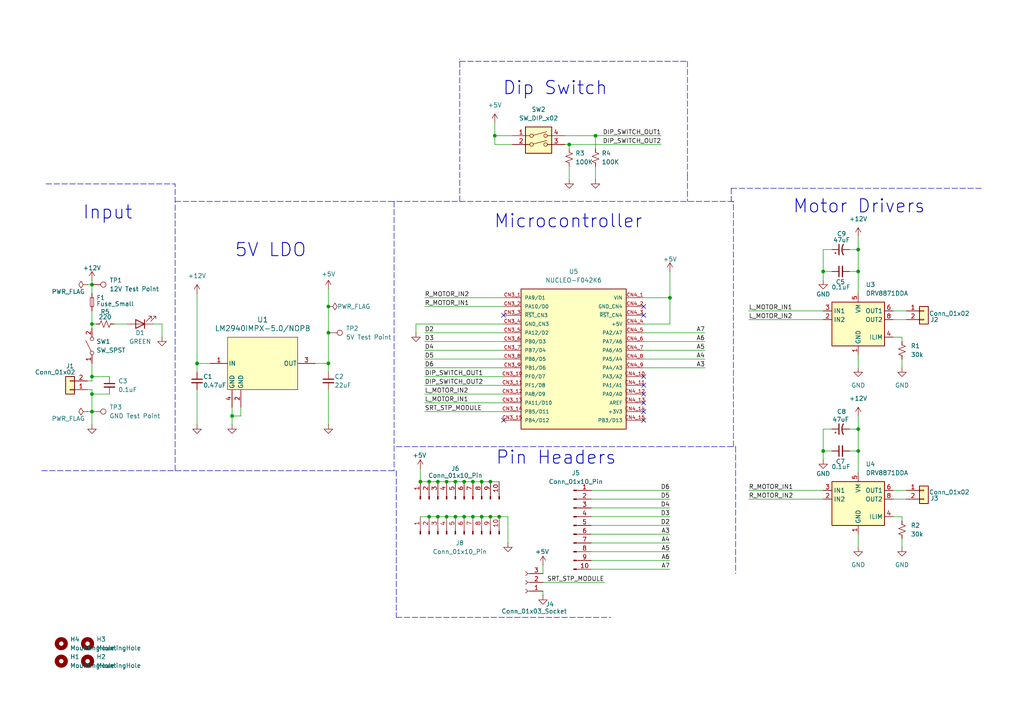
<source format=kicad_sch>
(kicad_sch (version 20250114) (generator "eeschema") (generator_version "9.0")
  (paper "A4")
  (lib_symbols
    (symbol "2025-02-11_16-33-41:LM2940IMPX-5.0_NOPB" (pin_names (offset 0.254))
      (property "Reference" "U" (at 0 2.54 0))
      (property "Value" "LM2940IMPX-5.0/NOPB" (at 0 0 0))
      (symbol "LM2940IMPX-5.0_NOPB_0_1"
        (pin power_in line (at -15.24 0 0) (length 5.08) (name "IN") (number "1"))
        (pin power_in line (at -8.89 -12.7 90) (length 5.08) (name "GND") (number "4"))
        (pin power_in line (at -6.35 -12.7 90) (length 5.08) (name "GND") (number "2"))
        (pin power_in line (at 15.24 0 180) (length 5.08) (name "OUT") (number "3"))
      )
      (symbol "LM2940IMPX-5.0_NOPB_1_1"
        (rectangle (start -10.16 7.62) (end 10.16 -7.62) (fill (type background)))
      )
    )
    (symbol "Connector:Conn_01x03_Socket" (pin_names (offset 1.016) (hide yes))
      (property "Reference" "J" (at 0 5.08 0))
      (property "Value" "Conn_01x03_Socket" (at 0 -5.08 0))
      (symbol "Conn_01x03_Socket_1_1"
        (polyline (pts (xy -1.27 2.54) (xy -0.508 2.54)) (stroke (width 0.1524)))
        (polyline (pts (xy -1.27 0) (xy -0.508 0)) (stroke (width 0.1524)))
        (polyline (pts (xy -1.27 -2.54) (xy -0.508 -2.54)) (stroke (width 0.1524)))
        (arc (start 0 2.032) (mid -0.5058 2.54) (end 0 3.048) (stroke (width 0.1524)))
        (arc (start 0 -0.508) (mid -0.5058 0) (end 0 0.508) (stroke (width 0.1524)))
        (arc (start 0 -3.048) (mid -0.5058 -2.54) (end 0 -2.032) (stroke (width 0.1524)))
        (pin passive line (at -5.08 2.54 0) (length 3.81) (name "Pin_1") (number "1"))
        (pin passive line (at -5.08 0 0) (length 3.81) (name "Pin_2") (number "2"))
        (pin passive line (at -5.08 -2.54 0) (length 3.81) (name "Pin_3") (number "3"))
      )
    )
    (symbol "Connector:Conn_01x10_Pin" (pin_names (offset 1.016) (hide yes))
      (property "Reference" "J" (at 0 12.7 0))
      (property "Value" "Conn_01x10_Pin" (at 0 -15.24 0))
      (symbol "Conn_01x10_Pin_1_1"
        (rectangle (start 0.8636 10.287) (end 0 10.033) (stroke (width 0.1524)) (fill (type outline)))
        (rectangle (start 0.8636 7.747) (end 0 7.493) (stroke (width 0.1524)) (fill (type outline)))
        (rectangle (start 0.8636 5.207) (end 0 4.953) (stroke (width 0.1524)) (fill (type outline)))
        (rectangle (start 0.8636 2.667) (end 0 2.413) (stroke (width 0.1524)) (fill (type outline)))
        (rectangle (start 0.8636 0.127) (end 0 -0.127) (stroke (width 0.1524)) (fill (type outline)))
        (rectangle (start 0.8636 -2.413) (end 0 -2.667) (stroke (width 0.1524)) (fill (type outline)))
        (rectangle (start 0.8636 -4.953) (end 0 -5.207) (stroke (width 0.1524)) (fill (type outline)))
        (rectangle (start 0.8636 -7.493) (end 0 -7.747) (stroke (width 0.1524)) (fill (type outline)))
        (rectangle (start 0.8636 -10.033) (end 0 -10.287) (stroke (width 0.1524)) (fill (type outline)))
        (rectangle (start 0.8636 -12.573) (end 0 -12.827) (stroke (width 0.1524)) (fill (type outline)))
        (polyline (pts (xy 1.27 10.16) (xy 0.8636 10.16)) (stroke (width 0.1524)))
        (polyline (pts (xy 1.27 7.62) (xy 0.8636 7.62)) (stroke (width 0.1524)))
        (polyline (pts (xy 1.27 5.08) (xy 0.8636 5.08)) (stroke (width 0.1524)))
        (polyline (pts (xy 1.27 2.54) (xy 0.8636 2.54)) (stroke (width 0.1524)))
        (polyline (pts (xy 1.27 0) (xy 0.8636 0)) (stroke (width 0.1524)))
        (polyline (pts (xy 1.27 -2.54) (xy 0.8636 -2.54)) (stroke (width 0.1524)))
        (polyline (pts (xy 1.27 -5.08) (xy 0.8636 -5.08)) (stroke (width 0.1524)))
        (polyline (pts (xy 1.27 -7.62) (xy 0.8636 -7.62)) (stroke (width 0.1524)))
        (polyline (pts (xy 1.27 -10.16) (xy 0.8636 -10.16)) (stroke (width 0.1524)))
        (polyline (pts (xy 1.27 -12.7) (xy 0.8636 -12.7)) (stroke (width 0.1524)))
        (pin passive line (at 5.08 10.16 180) (length 3.81) (name "Pin_1") (number "1"))
        (pin passive line (at 5.08 7.62 180) (length 3.81) (name "Pin_2") (number "2"))
        (pin passive line (at 5.08 5.08 180) (length 3.81) (name "Pin_3") (number "3"))
        (pin passive line (at 5.08 2.54 180) (length 3.81) (name "Pin_4") (number "4"))
        (pin passive line (at 5.08 0 180) (length 3.81) (name "Pin_5") (number "5"))
        (pin passive line (at 5.08 -2.54 180) (length 3.81) (name "Pin_6") (number "6"))
        (pin passive line (at 5.08 -5.08 180) (length 3.81) (name "Pin_7") (number "7"))
        (pin passive line (at 5.08 -7.62 180) (length 3.81) (name "Pin_8") (number "8"))
        (pin passive line (at 5.08 -10.16 180) (length 3.81) (name "Pin_9") (number "9"))
        (pin passive line (at 5.08 -12.7 180) (length 3.81) (name "Pin_10") (number "10"))
      )
    )
    (symbol "Connector:TestPoint" (pin_numbers (hide yes)) (pin_names (offset 0.762) (hide yes))
      (property "Reference" "TP" (at 0 6.858 0))
      (property "Value" "TestPoint" (at 0 5.08 0))
      (symbol "TestPoint_0_1"
        (circle (center 0 3.302) (radius 0.762))
      )
      (symbol "TestPoint_1_1"
        (pin passive line (at 0 0 90) (length 2.54) (name "1") (number "1"))
      )
    )
    (symbol "Connector_Generic:Conn_01x02" (pin_names (offset 1.016) (hide yes))
      (property "Reference" "J" (at 0 2.54 0))
      (property "Value" "Conn_01x02" (at 0 -5.08 0))
      (symbol "Conn_01x02_1_1"
        (rectangle (start -1.27 1.27) (end 1.27 -3.81) (stroke (width 0.254)) (fill (type background)))
        (rectangle (start -1.27 0.127) (end 0 -0.127) (stroke (width 0.1524)))
        (rectangle (start -1.27 -2.413) (end 0 -2.667) (stroke (width 0.1524)))
        (pin passive line (at -5.08 0 0) (length 3.81) (name "Pin_1") (number "1"))
        (pin passive line (at -5.08 -2.54 0) (length 3.81) (name "Pin_2") (number "2"))
      )
    )
    (symbol "Device:C_Polarized_Small_US" (pin_numbers (hide yes)) (pin_names (offset 0.254) (hide yes))
      (property "Reference" "C" (at 0.254 1.778 0))
      (property "Value" "C_Polarized_Small_US" (at 0.254 -2.032 0))
      (symbol "C_Polarized_Small_US_0_1"
        (polyline (pts (xy -1.524 0.508) (xy 1.524 0.508)) (stroke (width 0.3048)))
        (polyline (pts (xy -1.27 1.524) (xy -0.762 1.524)))
        (polyline (pts (xy -1.016 1.27) (xy -1.016 1.778)))
        (arc (start -1.524 -0.762) (mid 0 -0.3734) (end 1.524 -0.762) (stroke (width 0.3048)))
      )
      (symbol "C_Polarized_Small_US_1_1"
        (pin passive line (at 0 2.54 270) (length 2.032) (name "~") (number "1"))
        (pin passive line (at 0 -2.54 90) (length 2.032) (name "~") (number "2"))
      )
    )
    (symbol "Device:C_Small" (pin_numbers (hide yes)) (pin_names (offset 0.254) (hide yes))
      (property "Reference" "C" (at 0.254 1.778 0))
      (property "Value" "C_Small" (at 0.254 -2.032 0))
      (symbol "C_Small_0_1"
        (polyline (pts (xy -1.524 0.508) (xy 1.524 0.508)) (stroke (width 0.3048)))
        (polyline (pts (xy -1.524 -0.508) (xy 1.524 -0.508)) (stroke (width 0.3302)))
      )
      (symbol "C_Small_1_1"
        (pin passive line (at 0 2.54 270) (length 2.032) (name "~") (number "1"))
        (pin passive line (at 0 -2.54 90) (length 2.032) (name "~") (number "2"))
      )
    )
    (symbol "Device:Fuse_Small" (pin_numbers (hide yes)) (pin_names (offset 0.254) (hide yes))
      (property "Reference" "F" (at 0 -1.524 0))
      (property "Value" "Fuse_Small" (at 0 1.524 0))
      (symbol "Fuse_Small_0_1"
        (rectangle (start -1.27 0.508) (end 1.27 -0.508))
        (polyline (pts (xy -1.27 0) (xy 1.27 0)))
      )
      (symbol "Fuse_Small_1_1"
        (pin passive line (at -2.54 0 0) (length 1.27) (name "~") (number "1"))
        (pin passive line (at 2.54 0 180) (length 1.27) (name "~") (number "2"))
      )
    )
    (symbol "Device:LED" (pin_numbers (hide yes)) (pin_names (offset 1.016) (hide yes))
      (property "Reference" "D" (at 0 2.54 0))
      (property "Value" "LED" (at 0 -2.54 0))
      (symbol "LED_0_1"
        (polyline (pts (xy -3.048 -0.762) (xy -4.572 -2.286) (xy -3.81 -2.286) (xy -4.572 -2.286) (xy -4.572 -1.524)))
        (polyline (pts (xy -1.778 -0.762) (xy -3.302 -2.286) (xy -2.54 -2.286) (xy -3.302 -2.286) (xy -3.302 -1.524)))
        (polyline (pts (xy -1.27 0) (xy 1.27 0)))
        (polyline (pts (xy -1.27 -1.27) (xy -1.27 1.27)) (stroke (width 0.254)))
        (polyline (pts (xy 1.27 -1.27) (xy 1.27 1.27) (xy -1.27 0) (xy 1.27 -1.27)) (stroke (width 0.254)))
      )
      (symbol "LED_1_1"
        (pin passive line (at -3.81 0 0) (length 2.54) (name "K") (number "1"))
        (pin passive line (at 3.81 0 180) (length 2.54) (name "A") (number "2"))
      )
    )
    (symbol "Device:R_Small_US" (pin_numbers (hide yes)) (pin_names (offset 0.254) (hide yes))
      (property "Reference" "R" (at 0.762 0.508 0))
      (property "Value" "R_Small_US" (at 0.762 -1.016 0))
      (symbol "R_Small_US_1_1"
        (polyline (pts (xy 0 1.524) (xy 1.016 1.143) (xy 0 0.762) (xy -1.016 0.381) (xy 0 0)))
        (polyline (pts (xy 0 0) (xy 1.016 -0.381) (xy 0 -0.762) (xy -1.016 -1.143) (xy 0 -1.524)))
        (pin passive line (at 0 2.54 270) (length 1.016) (name "~") (number "1"))
        (pin passive line (at 0 -2.54 90) (length 1.016) (name "~") (number "2"))
      )
    )
    (symbol "Driver_Motor:DRV8871DDA"
      (property "Reference" "U" (at -6.35 6.35 0))
      (property "Value" "DRV8871DDA" (at 8.89 6.35 0))
      (symbol "DRV8871DDA_0_1"
        (rectangle (start -7.62 5.08) (end 7.62 -7.62) (stroke (width 0.254)) (fill (type background)))
      )
      (symbol "DRV8871DDA_1_1"
        (pin input line (at -10.16 2.54 0) (length 2.54) (name "IN1") (number "3"))
        (pin input line (at -10.16 0 0) (length 2.54) (name "IN2") (number "2"))
        (pin power_in line (at 0 7.62 270) (length 2.54) (name "VM") (number "5"))
        (pin power_in line (at 0 -10.16 90) (length 2.54) (name "GND") (number "1"))
        (pin passive line (at 0 -10.16 90) (length 2.54) (hide yes) (name "GND") (number "7"))
        (pin passive line (at 0 -10.16 90) (length 2.54) (hide yes) (name "GND") (number "9"))
        (pin output line (at 10.16 2.54 180) (length 2.54) (name "OUT1") (number "6"))
        (pin output line (at 10.16 0 180) (length 2.54) (name "OUT2") (number "8"))
        (pin passive line (at 10.16 -5.08 180) (length 2.54) (name "ILIM") (number "4"))
      )
    )
    (symbol "Mechanical:MountingHole" (pin_names (offset 1.016)) (exclude_from_sim yes) (in_bom no)
      (property "Reference" "H" (at 0 5.08 0))
      (property "Value" "MountingHole" (at 0 3.175 0))
      (symbol "MountingHole_0_1"
        (circle (center 0 0) (radius 1.27) (stroke (width 1.27)))
      )
    )
    (symbol "NUCLEO-F042K6_1" (pin_names (offset 1.016))
      (property "Reference" "U" (at -15.24 21.082 0))
      (property "Value" "NUCLEO-F042K6" (at -15.24 -22.86 0))
      (symbol "NUCLEO-F042K6_1_0_0"
        (rectangle (start -15.24 -20.32) (end 15.24 20.32) (stroke (width 0.254)) (fill (type background)))
        (pin bidirectional line (at -20.32 17.78 0) (length 5.08) (name "PA9/D1") (number "CN3_1"))
        (pin bidirectional line (at -20.32 15.24 0) (length 5.08) (name "PA10/D0") (number "CN3_2"))
        (pin bidirectional line (at -20.32 12.7 0) (length 5.08) (name "~{RST}_CN3") (number "CN3_3"))
        (pin power_in line (at -20.32 10.16 0) (length 5.08) (name "GND_CN3") (number "CN3_4"))
        (pin bidirectional line (at -20.32 7.62 0) (length 5.08) (name "PA12/D2") (number "CN3_5"))
        (pin bidirectional line (at -20.32 5.08 0) (length 5.08) (name "PB0/D3") (number "CN3_6"))
        (pin bidirectional line (at -20.32 2.54 0) (length 5.08) (name "PB7/D4") (number "CN3_7"))
        (pin bidirectional line (at -20.32 0 0) (length 5.08) (name "PB6/D5") (number "CN3_8"))
        (pin bidirectional line (at -20.32 -2.54 0) (length 5.08) (name "PB1/D6") (number "CN3_9"))
        (pin bidirectional line (at -20.32 -5.08 0) (length 5.08) (name "PF0/D7") (number "CN3_10"))
        (pin bidirectional line (at -20.32 -7.62 0) (length 5.08) (name "PF1/D8") (number "CN3_11"))
        (pin bidirectional line (at -20.32 -10.16 0) (length 5.08) (name "PA8/D9") (number "CN3_12"))
        (pin bidirectional line (at -20.32 -12.7 0) (length 5.08) (name "PA11/D10") (number "CN3_13"))
        (pin bidirectional line (at -20.32 -15.24 0) (length 5.08) (name "PB5/D11") (number "CN3_14"))
        (pin bidirectional line (at -20.32 -17.78 0) (length 5.08) (name "PB4/D12") (number "CN3_15"))
        (pin power_in line (at 20.32 17.78 180) (length 5.08) (name "VIN") (number "CN4_1"))
        (pin power_in line (at 20.32 15.24 180) (length 5.08) (name "GND_CN4") (number "CN4_2"))
        (pin bidirectional line (at 20.32 12.7 180) (length 5.08) (name "~{RST}_CN4") (number "CN4_3"))
        (pin power_in line (at 20.32 10.16 180) (length 5.08) (name "+5V") (number "CN4_4"))
        (pin bidirectional line (at 20.32 7.62 180) (length 5.08) (name "PA2/A7") (number "CN4_5"))
        (pin bidirectional line (at 20.32 5.08 180) (length 5.08) (name "PA7/A6") (number "CN4_6"))
        (pin bidirectional line (at 20.32 2.54 180) (length 5.08) (name "PA6/A5") (number "CN4_7"))
        (pin bidirectional line (at 20.32 0 180) (length 5.08) (name "PA5/A4") (number "CN4_8"))
        (pin bidirectional line (at 20.32 -2.54 180) (length 5.08) (name "PA4/A3") (number "CN4_9"))
        (pin bidirectional line (at 20.32 -5.08 180) (length 5.08) (name "PA3/A2") (number "CN4_10"))
        (pin bidirectional line (at 20.32 -7.62 180) (length 5.08) (name "PA1/A1") (number "CN4_11"))
        (pin bidirectional line (at 20.32 -10.16 180) (length 5.08) (name "PA0/A0") (number "CN4_12"))
        (pin input line (at 20.32 -12.7 180) (length 5.08) (name "AREF") (number "CN4_13"))
        (pin power_in line (at 20.32 -15.24 180) (length 5.08) (name "+3V3") (number "CN4_14"))
        (pin bidirectional line (at 20.32 -17.78 180) (length 5.08) (name "PB3/D13") (number "CN4_15"))
      )
    )
    (symbol "Switch:SW_DIP_x02" (pin_names (offset 0) (hide yes))
      (property "Reference" "SW" (at 0 6.35 0))
      (property "Value" "SW_DIP_x02" (at 0 -3.81 0))
      (symbol "SW_DIP_x02_0_0"
        (circle (center -2.032 2.54) (radius 0.508))
        (circle (center -2.032 0) (radius 0.508))
        (polyline (pts (xy -1.524 2.667) (xy 2.3622 3.7084)))
        (polyline (pts (xy -1.524 0.127) (xy 2.3622 1.1684)))
        (circle (center 2.032 2.54) (radius 0.508))
        (circle (center 2.032 0) (radius 0.508))
      )
      (symbol "SW_DIP_x02_0_1"
        (rectangle (start -3.81 5.08) (end 3.81 -2.54) (stroke (width 0.254)) (fill (type background)))
      )
      (symbol "SW_DIP_x02_1_1"
        (pin passive line (at -7.62 2.54 0) (length 5.08) (name "~") (number "1"))
        (pin passive line (at -7.62 0 0) (length 5.08) (name "~") (number "2"))
        (pin passive line (at 7.62 2.54 180) (length 5.08) (name "~") (number "4"))
        (pin passive line (at 7.62 0 180) (length 5.08) (name "~") (number "3"))
      )
    )
    (symbol "Switch:SW_SPST" (pin_names (offset 0) (hide yes))
      (property "Reference" "SW" (at 0 3.175 0))
      (property "Value" "SW_SPST" (at 0 -2.54 0))
      (symbol "SW_SPST_0_0"
        (circle (center -2.032 0) (radius 0.508))
        (polyline (pts (xy -1.524 0.254) (xy 1.524 1.778)))
        (circle (center 2.032 0) (radius 0.508))
      )
      (symbol "SW_SPST_1_1"
        (pin passive line (at -5.08 0 0) (length 2.54) (name "A") (number "1"))
        (pin passive line (at 5.08 0 180) (length 2.54) (name "B") (number "2"))
      )
    )
    (symbol "power:+5P" (power) (pin_numbers (hide yes)) (pin_names (offset 0) (hide yes))
      (property "Value" "+5P" (at 0 3.556 0))
      (symbol "+5P_0_1"
        (polyline (pts (xy -0.762 1.27) (xy 0 2.54)))
        (polyline (pts (xy 0 2.54) (xy 0.762 1.27)))
        (polyline (pts (xy 0 0) (xy 0 2.54)))
      )
      (symbol "+5P_1_1"
        (pin power_in line (at 0 0 90) (length 0) (name "~") (number "1"))
      )
    )
    (symbol "power:GND" (power) (pin_numbers (hide yes)) (pin_names (offset 0) (hide yes))
      (property "Value" "GND" (at 0 -3.81 0))
      (symbol "GND_0_1"
        (polyline (pts (xy 0 0) (xy 0 -1.27) (xy 1.27 -1.27) (xy 0 -2.54) (xy -1.27 -1.27) (xy 0 -1.27)))
      )
      (symbol "GND_1_1"
        (pin power_in line (at 0 0 270) (length 0) (name "~") (number "1"))
      )
    )
    (symbol "power:PWR_FLAG" (power) (pin_numbers (hide yes)) (pin_names (offset 0) (hide yes))
      (property "Value" "PWR_FLAG" (at 0 3.81 0))
      (symbol "PWR_FLAG_0_0"
        (pin power_out line (at 0 0 90) (length 0) (name "~") (number "1"))
      )
      (symbol "PWR_FLAG_0_1"
        (polyline (pts (xy 0 0) (xy 0 1.27) (xy -1.016 1.905) (xy 0 2.54) (xy 1.016 1.905) (xy 0 1.27)))
      )
    )
  )
  (text "Dip Switch" (at 161.036 25.654 0) (effects (font (size 3.81 3.81) (thickness 0.254) (bold yes))))
  (text "Input" (at 31.242 61.722 0) (effects (font (size 3.81 3.81) (thickness 0.254) (bold yes))))
  (text "Microcontroller" (at 164.846 64.262 0) (effects (font (size 3.81 3.81) (thickness 0.254) (bold yes))))
  (text "5V LDO" (at 78.486 72.644 0) (effects (font (size 3.81 3.81) (thickness 0.254) (bold yes))))
  (text "Motor Drivers" (at 249.174 59.944 0) (effects (font (size 3.81 3.81) (thickness 0.254) (bold yes))))
  (text "Pin Headers" (at 161.29 132.842 0) (effects (font (size 3.81 3.81) (thickness 0.254) (bold yes))))
  (junction (at 143.51 39.37))
  (junction (at 238.76 130.81))
  (junction (at 137.16 149.86))
  (junction (at 134.62 149.86))
  (junction (at 26.67 119.38))
  (junction (at 132.08 149.86))
  (junction (at 127 149.86))
  (junction (at 95.25 105.41))
  (junction (at 127 139.7))
  (junction (at 124.46 149.86))
  (junction (at 248.92 124.46))
  (junction (at 142.24 139.7))
  (junction (at 129.54 149.86))
  (junction (at 95.25 88.9))
  (junction (at 142.24 149.86))
  (junction (at 26.67 109.22))
  (junction (at 172.72 39.37))
  (junction (at 139.7 149.86))
  (junction (at 129.54 139.7))
  (junction (at 139.7 139.7))
  (junction (at 26.67 82.55))
  (junction (at 95.25 96.52))
  (junction (at 132.08 139.7))
  (junction (at 57.15 105.41))
  (junction (at 134.62 139.7))
  (junction (at 194.31 86.36))
  (junction (at 248.92 72.39))
  (junction (at 121.92 139.7))
  (junction (at 248.92 78.74))
  (junction (at 144.78 149.86))
  (junction (at 124.46 139.7))
  (junction (at 165.1 41.91))
  (junction (at 26.67 114.3))
  (junction (at 248.92 130.81))
  (junction (at 26.67 93.98))
  (junction (at 137.16 139.7))
  (junction (at 67.31 120.65))
  (junction (at 238.76 78.74))
  (no_connect (at 186.69 111.76))
  (no_connect (at 146.05 91.44))
  (no_connect (at 146.05 121.92))
  (no_connect (at 186.69 91.44))
  (no_connect (at 186.69 119.38))
  (no_connect (at 186.69 121.92))
  (no_connect (at 186.69 109.22))
  (no_connect (at 186.69 114.3))
  (no_connect (at 186.69 88.9))
  (no_connect (at 186.69 116.84))
  (wire (pts (xy 95.25 96.52) (xy 95.25 105.41)))
  (wire (pts (xy 124.46 149.86) (xy 127 149.86)))
  (wire (pts (xy 175.26 168.91) (xy 157.48 168.91)))
  (wire (pts (xy 123.19 88.9) (xy 146.05 88.9)))
  (wire (pts (xy 259.08 90.17) (xy 262.89 90.17)))
  (wire (pts (xy 194.31 157.48) (xy 171.45 157.48)))
  (wire (pts (xy 246.38 78.74) (xy 248.92 78.74)))
  (wire (pts (xy 261.62 97.79) (xy 261.62 99.06)))
  (polyline (pts (xy 212.09 54.61) (xy 212.09 58.42)) (stroke (width 0) (type dash)))
  (wire (pts (xy 25.4 119.38) (xy 26.67 119.38)))
  (wire (pts (xy 95.25 88.9) (xy 95.25 96.52)))
  (wire (pts (xy 26.67 109.22) (xy 31.75 109.22)))
  (wire (pts (xy 248.92 68.58) (xy 248.92 72.39)))
  (wire (pts (xy 238.76 130.81) (xy 241.3 130.81)))
  (wire (pts (xy 129.54 149.86) (xy 132.08 149.86)))
  (wire (pts (xy 261.62 156.21) (xy 261.62 158.75)))
  (wire (pts (xy 123.19 109.22) (xy 146.05 109.22)))
  (wire (pts (xy 261.62 104.14) (xy 261.62 106.68)))
  (wire (pts (xy 248.92 102.87) (xy 248.92 106.68)))
  (wire (pts (xy 165.1 41.91) (xy 165.1 43.18)))
  (wire (pts (xy 26.67 123.19) (xy 26.67 119.38)))
  (wire (pts (xy 238.76 130.81) (xy 238.76 124.46)))
  (wire (pts (xy 132.08 139.7) (xy 134.62 139.7)))
  (wire (pts (xy 67.31 120.65) (xy 67.31 123.19)))
  (wire (pts (xy 259.08 97.79) (xy 261.62 97.79)))
  (polyline (pts (xy 114.3 58.42) (xy 114.3 136.525)) (stroke (width 0) (type dash)))
  (wire (pts (xy 26.67 81.28) (xy 26.67 82.55)))
  (wire (pts (xy 261.62 149.86) (xy 261.62 151.13)))
  (wire (pts (xy 143.51 39.37) (xy 148.59 39.37)))
  (wire (pts (xy 142.24 149.86) (xy 144.78 149.86)))
  (wire (pts (xy 172.72 39.37) (xy 172.72 43.18)))
  (wire (pts (xy 123.19 114.3) (xy 146.05 114.3)))
  (wire (pts (xy 143.51 39.37) (xy 143.51 41.91)))
  (wire (pts (xy 194.31 78.74) (xy 194.31 86.36)))
  (wire (pts (xy 123.19 86.36) (xy 146.05 86.36)))
  (wire (pts (xy 217.17 142.24) (xy 238.76 142.24)))
  (wire (pts (xy 194.31 154.94) (xy 171.45 154.94)))
  (wire (pts (xy 165.1 41.91) (xy 163.83 41.91)))
  (wire (pts (xy 57.15 105.41) (xy 60.96 105.41)))
  (polyline (pts (xy 199.39 50.8) (xy 199.39 58.42)) (stroke (width 0) (type dash)))
  (wire (pts (xy 26.67 95.25) (xy 26.67 93.98)))
  (wire (pts (xy 26.67 114.3) (xy 31.75 114.3)))
  (wire (pts (xy 123.19 99.06) (xy 146.05 99.06)))
  (wire (pts (xy 121.92 135.89) (xy 121.92 139.7)))
  (polyline (pts (xy 114.3 136.525) (xy 49.53 136.525)) (stroke (width 0) (type dash)))
  (wire (pts (xy 67.31 118.11) (xy 67.31 120.65)))
  (polyline (pts (xy 114.935 136.525) (xy 114.935 179.07)) (stroke (width 0) (type dash)))
  (wire (pts (xy 137.16 149.86) (xy 139.7 149.86)))
  (wire (pts (xy 91.44 105.41) (xy 95.25 105.41)))
  (wire (pts (xy 238.76 133.35) (xy 238.76 130.81)))
  (wire (pts (xy 134.62 139.7) (xy 137.16 139.7)))
  (wire (pts (xy 143.51 35.56) (xy 143.51 39.37)))
  (polyline (pts (xy 213.36 129.54) (xy 213.36 166.37)) (stroke (width 0) (type dash)))
  (polyline (pts (xy 199.39 17.78) (xy 199.39 50.8)) (stroke (width 0) (type dash)))
  (wire (pts (xy 259.08 92.71) (xy 262.89 92.71)))
  (wire (pts (xy 26.67 110.49) (xy 26.67 109.22)))
  (wire (pts (xy 259.08 142.24) (xy 262.89 142.24)))
  (wire (pts (xy 57.15 105.41) (xy 57.15 107.95)))
  (polyline (pts (xy 133.35 58.42) (xy 133.35 17.145)) (stroke (width 0) (type dash)))
  (polyline (pts (xy 114.935 179.07) (xy 177.165 179.07)) (stroke (width 0) (type dash)))
  (wire (pts (xy 194.31 160.02) (xy 171.45 160.02)))
  (wire (pts (xy 171.45 149.86) (xy 194.31 149.86)))
  (wire (pts (xy 204.47 106.68) (xy 186.69 106.68)))
  (polyline (pts (xy 212.09 54.61) (xy 285.115 54.61)) (stroke (width 0) (type dash)))
  (wire (pts (xy 95.25 105.41) (xy 95.25 107.95)))
  (wire (pts (xy 194.31 86.36) (xy 194.31 93.98)))
  (wire (pts (xy 127 149.86) (xy 129.54 149.86)))
  (wire (pts (xy 46.99 97.79) (xy 46.99 93.98)))
  (wire (pts (xy 217.17 92.71) (xy 238.76 92.71)))
  (wire (pts (xy 171.45 144.78) (xy 194.31 144.78)))
  (wire (pts (xy 137.16 139.7) (xy 139.7 139.7)))
  (wire (pts (xy 57.15 85.09) (xy 57.15 105.41)))
  (wire (pts (xy 259.08 144.78) (xy 262.89 144.78)))
  (wire (pts (xy 121.92 149.86) (xy 124.46 149.86)))
  (wire (pts (xy 248.92 72.39) (xy 248.92 78.74)))
  (wire (pts (xy 144.78 149.86) (xy 147.32 149.86)))
  (wire (pts (xy 95.25 83.82) (xy 95.25 88.9)))
  (wire (pts (xy 139.7 149.86) (xy 142.24 149.86)))
  (wire (pts (xy 248.92 130.81) (xy 248.92 137.16)))
  (wire (pts (xy 259.08 149.86) (xy 261.62 149.86)))
  (wire (pts (xy 148.59 41.91) (xy 143.51 41.91)))
  (polyline (pts (xy 212.725 58.42) (xy 114.3 58.42)) (stroke (width 0) (type dash)))
  (wire (pts (xy 171.45 142.24) (xy 194.31 142.24)))
  (wire (pts (xy 217.17 144.78) (xy 238.76 144.78)))
  (wire (pts (xy 25.4 113.03) (xy 26.67 113.03)))
  (wire (pts (xy 139.7 139.7) (xy 142.24 139.7)))
  (wire (pts (xy 129.54 139.7) (xy 132.08 139.7)))
  (polyline (pts (xy 13.335 53.34) (xy 50.8 53.34)) (stroke (width 0) (type dash)))
  (wire (pts (xy 246.38 124.46) (xy 248.92 124.46)))
  (wire (pts (xy 246.38 72.39) (xy 248.92 72.39)))
  (wire (pts (xy 171.45 147.32) (xy 194.31 147.32)))
  (wire (pts (xy 146.05 93.98) (xy 120.65 93.98)))
  (wire (pts (xy 157.48 163.83) (xy 157.48 166.37)))
  (wire (pts (xy 204.47 104.14) (xy 186.69 104.14)))
  (polyline (pts (xy 50.8 136.525) (xy 50.8 53.34)) (stroke (width 0) (type dash)))
  (wire (pts (xy 246.38 130.81) (xy 248.92 130.81)))
  (polyline (pts (xy 114.935 129.54) (xy 213.36 129.54)) (stroke (width 0) (type dash)))
  (wire (pts (xy 194.31 162.56) (xy 171.45 162.56)))
  (wire (pts (xy 172.72 39.37) (xy 163.83 39.37)))
  (wire (pts (xy 123.19 119.38) (xy 146.05 119.38)))
  (wire (pts (xy 238.76 81.28) (xy 238.76 78.74)))
  (wire (pts (xy 134.62 149.86) (xy 137.16 149.86)))
  (wire (pts (xy 123.19 111.76) (xy 146.05 111.76)))
  (wire (pts (xy 95.25 113.03) (xy 95.25 123.19)))
  (wire (pts (xy 69.85 120.65) (xy 67.31 120.65)))
  (wire (pts (xy 171.45 152.4) (xy 194.31 152.4)))
  (wire (pts (xy 123.19 101.6) (xy 146.05 101.6)))
  (wire (pts (xy 127 139.7) (xy 129.54 139.7)))
  (wire (pts (xy 25.4 82.55) (xy 26.67 82.55)))
  (wire (pts (xy 238.76 72.39) (xy 241.3 72.39)))
  (wire (pts (xy 217.17 90.17) (xy 238.76 90.17)))
  (wire (pts (xy 238.76 124.46) (xy 241.3 124.46)))
  (wire (pts (xy 204.47 101.6) (xy 186.69 101.6)))
  (wire (pts (xy 69.85 118.11) (xy 69.85 120.65)))
  (wire (pts (xy 191.77 39.37) (xy 172.72 39.37)))
  (wire (pts (xy 33.02 93.98) (xy 36.83 93.98)))
  (wire (pts (xy 186.69 86.36) (xy 194.31 86.36)))
  (wire (pts (xy 46.99 93.98) (xy 44.45 93.98)))
  (wire (pts (xy 204.47 96.52) (xy 186.69 96.52)))
  (wire (pts (xy 171.45 165.1) (xy 194.31 165.1)))
  (wire (pts (xy 26.67 109.22) (xy 26.67 105.41)))
  (wire (pts (xy 157.48 172.72) (xy 157.48 171.45)))
  (wire (pts (xy 248.92 120.65) (xy 248.92 124.46)))
  (wire (pts (xy 123.19 96.52) (xy 146.05 96.52)))
  (wire (pts (xy 248.92 124.46) (xy 248.92 130.81)))
  (wire (pts (xy 26.67 119.38) (xy 26.67 114.3)))
  (wire (pts (xy 123.19 104.14) (xy 146.05 104.14)))
  (wire (pts (xy 123.19 116.84) (xy 146.05 116.84)))
  (wire (pts (xy 186.69 93.98) (xy 194.31 93.98)))
  (wire (pts (xy 238.76 78.74) (xy 238.76 72.39)))
  (wire (pts (xy 26.67 93.98) (xy 27.94 93.98)))
  (polyline (pts (xy 212.725 129.54) (xy 212.725 58.42)) (stroke (width 0) (type dash)))
  (wire (pts (xy 121.92 139.7) (xy 124.46 139.7)))
  (wire (pts (xy 26.67 113.03) (xy 26.67 114.3)))
  (wire (pts (xy 248.92 78.74) (xy 248.92 85.09)))
  (wire (pts (xy 165.1 41.91) (xy 191.77 41.91)))
  (polyline (pts (xy 133.35 17.78) (xy 199.39 17.78)) (stroke (width 0) (type dash)))
  (wire (pts (xy 142.24 139.7) (xy 144.78 139.7)))
  (wire (pts (xy 120.65 93.98) (xy 120.65 96.52)))
  (wire (pts (xy 238.76 78.74) (xy 241.3 78.74)))
  (wire (pts (xy 123.19 106.68) (xy 146.05 106.68)))
  (wire (pts (xy 204.47 99.06) (xy 186.69 99.06)))
  (wire (pts (xy 124.46 139.7) (xy 127 139.7)))
  (wire (pts (xy 172.72 48.26) (xy 172.72 52.07)))
  (polyline (pts (xy 50.8 58.42) (xy 114.3 58.42)) (stroke (width 0) (type dash)))
  (wire (pts (xy 26.67 110.49) (xy 25.4 110.49)))
  (wire (pts (xy 26.67 93.98) (xy 26.67 90.17)))
  (wire (pts (xy 248.92 154.94) (xy 248.92 158.75)))
  (wire (pts (xy 132.08 149.86) (xy 134.62 149.86)))
  (wire (pts (xy 147.32 157.48) (xy 147.32 149.86)))
  (wire (pts (xy 165.1 48.26) (xy 165.1 52.07)))
  (wire (pts (xy 57.15 113.03) (xy 57.15 123.19)))
  (polyline (pts (xy 12.065 136.525) (xy 49.53 136.525)) (stroke (width 0) (type dash)))
  (wire (pts (xy 26.67 82.55) (xy 26.67 85.09)))
  (label "D4" (at 123.19 101.6 0))
  (label "D2" (at 194.31 152.4 180))
  (label "R_MOTOR_IN1" (at 217.17 142.24 0))
  (label "D6" (at 123.19 106.68 0))
  (label "A4" (at 194.31 157.48 180))
  (label "D5" (at 194.31 144.78 180))
  (label "A3" (at 194.31 154.94 180))
  (label "A6" (at 204.47 99.06 180))
  (label "R_MOTOR_IN1" (at 123.19 88.9 0))
  (label "DIP_SWITCH_OUT2" (at 191.77 41.91 180))
  (label "A6" (at 194.31 162.56 180))
  (label "A5" (at 204.47 101.6 180))
  (label "D3" (at 123.19 99.06 0))
  (label "D4" (at 194.31 147.32 180))
  (label "L_MOTOR_IN2" (at 217.17 92.71 0))
  (label "A4" (at 204.47 104.14 180))
  (label "DIP_SWITCH_OUT1" (at 191.77 39.37 180))
  (label "D3" (at 194.31 149.86 180))
  (label "A5" (at 194.31 160.02 180))
  (label "D6" (at 194.31 142.24 180))
  (label "R_MOTOR_IN2" (at 217.17 144.78 0))
  (label "R_MOTOR_IN2" (at 123.19 86.36 0))
  (label "L_MOTOR_IN1" (at 217.17 90.17 0))
  (label "DIP_SWITCH_OUT2" (at 123.19 111.76 0))
  (label "A7" (at 204.47 96.52 180))
  (label "SRT_STP_MODULE" (at 123.19 119.38 0))
  (label "D2" (at 123.19 96.52 0))
  (label "A7" (at 194.31 165.1 180))
  (label "SRT_STP_MODULE" (at 175.26 168.91 180))
  (label "A3" (at 204.47 106.68 180))
  (label "L_MOTOR_IN1" (at 123.19 116.84 0))
  (label "D5" (at 123.19 104.14 0))
  (label "L_MOTOR_IN2" (at 123.19 114.3 0))
  (label "DIP_SWITCH_OUT1" (at 123.19 109.22 0))
  (symbol (lib_name "NUCLEO-F042K6_1") (lib_id "NUCLEO-F042K6:NUCLEO-F042K6") (at 166.37 104.14 0) (unit 1)
    (property "Reference" "U5" (at 166.37 78.74 0))
    (property "Value" "NUCLEO-F042K6" (at 166.37 81.28 0))
    (property "Footprint" "footprints:MODULE_NUCLEO-F042K6" (effects (hide yes)))
    (property "MF" "STMicroelectronics" (effects (hide yes)))
    (property "MAXIMUM_PACKAGE_HEIGHT" "14.5mm" (effects (hide yes)))
    (property "Package" "None" (effects (hide yes)))
    (property "Price" "None" (effects (hide yes)))
    (property "Check_prices" "https://www.snapeda.com/parts/NUCLEO-F042K6/STMicroelectronics/view-part/?ref=eda" (effects (hide yes)))
    (property "STANDARD" "Manufacturer Recommendations" (effects (hide yes)))
    (property "PARTREV" "8" (effects (hide yes)))
    (property "SnapEDA_Link" "https://www.snapeda.com/parts/NUCLEO-F042K6/STMicroelectronics/view-part/?ref=snap" (effects (hide yes)))
    (property "MP" "NUCLEO-F042K6" (effects (hide yes)))
    (property "Description_1" "STM32F042K6, mbed-Enabled Development Nucleo-32 STM32F0 ARM® Cortex®-M0 MCU 32-Bit Embedded Evaluation Board" (effects (hide yes)))
    (property "Availability" "In Stock" (effects (hide yes)))
    (property "MANUFACTURER" "STMicroelectronics" (effects (hide yes)))
  )
  (symbol (lib_id "Connector_Generic:Conn_01x02") (at 267.97 142.24 0) (unit 1)
    (property "Reference" "J3" (at 271.018 144.526 0))
    (property "Value" "Conn_01x02" (at 275.336 142.748 0))
    (property "Footprint" "Connector_JST:JST_VH_B2P-VH_1x02_P3.96mm_Vertical" (effects (hide yes)))
    (property "Description" "Generic connector, single row, 01x02, script generated (kicad-library-utils/schlib/autogen/connector/)" (effects (hide yes)))
  )
  (symbol (lib_id "Connector:Conn_01x03_Socket") (at 152.4 168.91 180) (unit 1)
    (property "Reference" "J4" (at 159.512 175.26 0))
    (property "Value" "Conn_01x03_Socket" (at 154.94 177.292 0))
    (property "Footprint" "Connector_PinSocket_2.54mm:PinSocket_1x03_P2.54mm_Vertical" (effects (hide yes)))
    (property "Description" "Generic connector, single row, 01x03, script generated" (effects (hide yes)))
  )
  (symbol (lib_id "power:GND") (at 238.76 133.35 0) (unit 1)
    (property "Reference" "#PWR014" (effects (hide yes)))
    (property "Value" "GND" (at 238.76 137.414 0))
    (property "Description" "Power symbol creates a global label with name \"GND\" , ground" (effects (hide yes)))
  )
  (symbol (lib_id "power:GND") (at 67.31 123.19 0) (unit 1)
    (property "Reference" "#PWR06" (effects (hide yes)))
    (property "Value" "GND" (effects (hide yes)))
    (property "Description" "Power symbol creates a global label with name \"GND\" , ground" (effects (hide yes)))
  )
  (symbol (lib_id "Switch:SW_SPST") (at 26.67 100.33 90) (unit 1)
    (property "Reference" "SW1" (at 27.94 99.0599 90) (effects (justify right)))
    (property "Value" "SW_SPST" (at 27.94 101.5999 90) (effects (justify right)))
    (property "Footprint" "footprints:SW2_GF-123-0054_CWI" (effects (hide yes)))
    (property "Description" "Single Pole Single Throw (SPST) switch" (effects (hide yes)))
  )
  (symbol (lib_id "power:+5P") (at 57.15 85.09 0) (unit 1)
    (property "Reference" "#PWR03" (effects (hide yes)))
    (property "Value" "+12V" (at 57.15 80.01 0))
    (property "Description" "Power symbol creates a global label with name \"+5P\"" (effects (hide yes)))
  )
  (symbol (lib_id "power:GND") (at 46.99 97.79 0) (unit 1)
    (property "Reference" "#PWR025" (effects (hide yes)))
    (property "Value" "GND" (effects (hide yes)))
    (property "Description" "Power symbol creates a global label with name \"GND\" , ground" (effects (hide yes)))
  )
  (symbol (lib_id "Device:C_Small") (at 95.25 110.49 0) (unit 1)
    (property "Reference" "C2" (at 97.028 109.22 0) (effects (justify left)))
    (property "Value" "22uF" (at 97.028 111.76 0) (effects (justify left)))
    (property "Footprint" "Capacitor_SMD:C_1206_3216Metric" (effects (hide yes)))
    (property "Description" "Unpolarized capacitor, small symbol" (effects (hide yes)))
  )
  (symbol (lib_id "Mechanical:MountingHole") (at 17.78 191.77 0) (unit 1) (exclude_from_sim yes) (in_bom no)
    (property "Reference" "H1" (at 20.32 190.4999 0) (effects (justify left)))
    (property "Value" "MountingHole" (at 20.32 193.0399 0) (effects (justify left)))
    (property "Footprint" "MountingHole:MountingHole_2.2mm_M2" (effects (hide yes)))
    (property "Description" "Mounting Hole without connection" (effects (hide yes)))
  )
  (symbol (lib_id "Device:C_Small") (at 243.84 78.74 90) (unit 1)
    (property "Reference" "C5" (at 245.11 81.788 90) (effects (justify left)))
    (property "Value" "0.1uF" (at 246.634 83.312 90) (effects (justify left)))
    (property "Footprint" "Capacitor_SMD:C_1206_3216Metric" (effects (hide yes)))
    (property "Description" "Unpolarized capacitor, small symbol" (effects (hide yes)))
  )
  (symbol (lib_id "power:GND") (at 261.62 106.68 0) (unit 1)
    (property "Reference" "#PWR010" (effects (hide yes)))
    (property "Value" "GND" (at 261.62 111.76 0))
    (property "Description" "Power symbol creates a global label with name \"GND\" , ground" (effects (hide yes)))
  )
  (symbol (lib_id "Connector:TestPoint") (at 95.25 96.52 270) (unit 1)
    (property "Reference" "TP2" (at 100.33 95.2499 90) (effects (justify left)))
    (property "Value" "5V Test Point" (at 100.33 97.7899 90) (effects (justify left)))
    (property "Footprint" "TestPoint:TestPoint_Keystone_5000-5004_Miniature" (effects (hide yes)))
    (property "Description" "test point" (effects (hide yes)))
  )
  (symbol (lib_id "power:GND") (at 147.32 157.48 0) (unit 1)
    (property "Reference" "#PWR019" (effects (hide yes)))
    (property "Value" "GND" (effects (hide yes)))
    (property "Description" "Power symbol creates a global label with name \"GND\" , ground" (effects (hide yes)))
  )
  (symbol (lib_id "2025-02-11_16-33-41:LM2940IMPX-5.0_NOPB") (at 76.2 105.41 0) (unit 1)
    (property "Reference" "U1" (at 76.2 92.71 0) (effects (font (size 1.524 1.524))))
    (property "Value" "LM2940IMPX-5.0/NOPB" (at 76.2 95.25 0) (effects (font (size 1.524 1.524))))
    (property "Footprint" "footprints:DCY0004A_N" (effects (hide yes)))
    (property "Datasheet" "LM2940IMPX-5.0/NOPB" (effects (hide yes)))
  )
  (symbol (lib_id "Mechanical:MountingHole") (at 25.4 186.69 0) (unit 1) (exclude_from_sim yes) (in_bom no)
    (property "Reference" "H3" (at 27.94 185.4199 0) (effects (justify left)))
    (property "Value" "MountingHole" (at 27.94 187.9599 0) (effects (justify left)))
    (property "Footprint" "MountingHole:MountingHole_2.2mm_M2" (effects (hide yes)))
    (property "Description" "Mounting Hole without connection" (effects (hide yes)))
  )
  (symbol (lib_id "power:GND") (at 261.62 158.75 0) (unit 1)
    (property "Reference" "#PWR017" (effects (hide yes)))
    (property "Value" "GND" (at 261.62 163.83 0))
    (property "Description" "Power symbol creates a global label with name \"GND\" , ground" (effects (hide yes)))
  )
  (symbol (lib_id "Device:LED") (at 40.64 93.98 180) (unit 1)
    (property "Reference" "D1" (at 40.64 96.52 0))
    (property "Value" "GREEN" (at 40.64 99.06 0))
    (property "Footprint" "LED_SMD:LED_1206_3216Metric" (effects (hide yes)))
    (property "Description" "Light emitting diode" (effects (hide yes)))
    (property "Sim.Pins" "1=K 2=A" (effects (hide yes)))
  )
  (symbol (lib_id "Mechanical:MountingHole") (at 25.4 191.77 0) (unit 1) (exclude_from_sim yes) (in_bom no)
    (property "Reference" "H2" (at 27.94 190.4999 0) (effects (justify left)))
    (property "Value" "MountingHole" (at 27.94 193.0399 0) (effects (justify left)))
    (property "Footprint" "MountingHole:MountingHole_2.2mm_M2" (effects (hide yes)))
    (property "Description" "Mounting Hole without connection" (effects (hide yes)))
  )
  (symbol (lib_id "power:GND") (at 172.72 52.07 0) (unit 1)
    (property "Reference" "#PWR024" (effects (hide yes)))
    (property "Value" "GND" (effects (hide yes)))
    (property "Description" "Power symbol creates a global label with name \"GND\" , ground" (effects (hide yes)))
  )
  (symbol (lib_id "Device:R_Small_US") (at 165.1 45.72 0) (unit 1)
    (property "Reference" "R3" (at 166.878 44.45 0) (effects (justify left)))
    (property "Value" "100K" (at 166.878 46.99 0) (effects (justify left)))
    (property "Footprint" "Capacitor_SMD:C_1206_3216Metric" (effects (hide yes)))
    (property "Description" "Resistor, small US symbol" (effects (hide yes)))
  )
  (symbol (lib_id "Driver_Motor:DRV8871DDA") (at 248.92 144.78 0) (unit 1)
    (property "Reference" "U4" (at 251.1141 134.62 0) (effects (justify left)))
    (property "Value" "DRV8871DDA" (at 251.1141 137.16 0) (effects (justify left)))
    (property "Footprint" "Package_SO:Texas_HTSOP-8-1EP_3.9x4.9mm_P1.27mm_EP2.95x4.9mm_Mask2.4x3.1mm_ThermalVias" (effects (hide yes)))
    (property "Datasheet" "http://www.ti.com/lit/ds/symlink/drv8871.pdf" (effects (hide yes)))
    (property "Description" "Brushed DC Motor Driver, PWM Control, 45V, 3.6A, Current limiting, HTSOP-8" (effects (hide yes)))
  )
  (symbol (lib_id "power:+5P") (at 95.25 83.82 0) (unit 1)
    (property "Reference" "#PWR04" (effects (hide yes)))
    (property "Value" "+5V" (at 95.25 79.502 0))
    (property "Description" "Power symbol creates a global label with name \"+5P\"" (effects (hide yes)))
  )
  (symbol (lib_id "power:GND") (at 165.1 52.07 0) (unit 1)
    (property "Reference" "#PWR023" (effects (hide yes)))
    (property "Value" "GND" (effects (hide yes)))
    (property "Description" "Power symbol creates a global label with name \"GND\" , ground" (effects (hide yes)))
  )
  (symbol (lib_id "Mechanical:MountingHole") (at 17.78 186.69 0) (unit 1) (exclude_from_sim yes) (in_bom no)
    (property "Reference" "H4" (at 20.32 185.4199 0) (effects (justify left)))
    (property "Value" "MountingHole" (at 20.32 187.9599 0) (effects (justify left)))
    (property "Footprint" "MountingHole:MountingHole_2.2mm_M2" (effects (hide yes)))
    (property "Description" "Mounting Hole without connection" (effects (hide yes)))
  )
  (symbol (lib_id "power:+5P") (at 26.67 81.28 0) (unit 1)
    (property "Reference" "#PWR02" (effects (hide yes)))
    (property "Value" "+12V" (at 26.67 77.724 0))
    (property "Description" "Power symbol creates a global label with name \"+5P\"" (effects (hide yes)))
  )
  (symbol (lib_id "power:GND") (at 248.92 106.68 0) (unit 1)
    (property "Reference" "#PWR011" (effects (hide yes)))
    (property "Value" "GND" (at 248.92 111.76 0))
    (property "Description" "Power symbol creates a global label with name \"GND\" , ground" (effects (hide yes)))
  )
  (symbol (lib_id "Driver_Motor:DRV8871DDA") (at 248.92 92.71 0) (unit 1)
    (property "Reference" "U3" (at 251.1141 82.55 0) (effects (justify left)))
    (property "Value" "DRV8871DDA" (at 251.1141 85.09 0) (effects (justify left)))
    (property "Footprint" "Package_SO:Texas_HTSOP-8-1EP_3.9x4.9mm_P1.27mm_EP2.95x4.9mm_Mask2.4x3.1mm_ThermalVias" (effects (hide yes)))
    (property "Datasheet" "http://www.ti.com/lit/ds/symlink/drv8871.pdf" (effects (hide yes)))
    (property "Description" "Brushed DC Motor Driver, PWM Control, 45V, 3.6A, Current limiting, HTSOP-8" (effects (hide yes)))
  )
  (symbol (lib_id "Device:R_Small_US") (at 172.72 45.72 0) (unit 1)
    (property "Reference" "R4" (at 174.498 44.45 0) (effects (justify left)))
    (property "Value" "100K" (at 174.498 46.99 0) (effects (justify left)))
    (property "Footprint" "Capacitor_SMD:C_1206_3216Metric" (effects (hide yes)))
    (property "Description" "Resistor, small US symbol" (effects (hide yes)))
  )
  (symbol (lib_id "power:+5P") (at 157.48 163.83 0) (unit 1)
    (property "Reference" "#PWR021" (effects (hide yes)))
    (property "Value" "+5V" (at 157.226 160.02 0))
    (property "Description" "Power symbol creates a global label with name \"+5P\"" (effects (hide yes)))
  )
  (symbol (lib_id "power:GND") (at 248.92 158.75 0) (unit 1)
    (property "Reference" "#PWR016" (effects (hide yes)))
    (property "Value" "GND" (at 248.92 163.83 0))
    (property "Description" "Power symbol creates a global label with name \"GND\" , ground" (effects (hide yes)))
  )
  (symbol (lib_id "Device:C_Small") (at 31.75 111.76 0) (unit 1)
    (property "Reference" "C3" (at 34.29 110.4962 0) (effects (justify left)))
    (property "Value" "0.1uF" (at 34.29 113.0362 0) (effects (justify left)))
    (property "Footprint" "Capacitor_SMD:C_1206_3216Metric" (effects (hide yes)))
    (property "Description" "Unpolarized capacitor, small symbol" (effects (hide yes)))
  )
  (symbol (lib_id "power:PWR_FLAG") (at 95.25 88.9 270) (unit 1)
    (property "Reference" "#FLG01" (effects (hide yes)))
    (property "Value" "PWR_FLAG" (at 97.79 88.9 90) (effects (justify left)))
    (property "Description" "Special symbol for telling ERC where power comes from" (effects (hide yes)))
  )
  (symbol (lib_id "Device:C_Polarized_Small_US") (at 243.84 124.46 90) (unit 1)
    (property "Reference" "C8" (at 244.094 119.38 90))
    (property "Value" "47uF" (at 243.84 121.666 90))
    (property "Footprint" "Capacitor_THT:CP_Radial_D5.0mm_P2.00mm" (effects (hide yes)))
    (property "Description" "Polarized capacitor, small US symbol" (effects (hide yes)))
  )
  (symbol (lib_id "power:GND") (at 95.25 123.19 0) (unit 1)
    (property "Reference" "#PWR07" (effects (hide yes)))
    (property "Value" "GND" (effects (hide yes)))
    (property "Description" "Power symbol creates a global label with name \"GND\" , ground" (effects (hide yes)))
  )
  (symbol (lib_id "Switch:SW_DIP_x02") (at 156.21 41.91 0) (unit 1)
    (property "Reference" "SW2" (at 156.21 31.75 0))
    (property "Value" "SW_DIP_x02" (at 156.21 34.29 0))
    (property "Footprint" "footprints:DS04-254-2-02BK-SMT_CUD" (effects (hide yes)))
    (property "Description" "2x DIP Switch, Single Pole Single Throw (SPST) switch, small symbol" (effects (hide yes)))
  )
  (symbol (lib_id "Connector:Conn_01x10_Pin") (at 166.37 152.4 0) (unit 1)
    (property "Reference" "J5" (at 167.005 137.16 0))
    (property "Value" "Conn_01x10_Pin" (at 167.005 139.7 0))
    (property "Footprint" "Connector_PinHeader_2.54mm:PinHeader_1x10_P2.54mm_Vertical" (effects (hide yes)))
    (property "Description" "Generic connector, single row, 01x10, script generated" (effects (hide yes)))
  )
  (symbol (lib_id "Device:R_Small_US") (at 261.62 153.67 0) (unit 1)
    (property "Reference" "R2" (at 264.16 152.3999 0) (effects (justify left)))
    (property "Value" "30k" (at 264.16 154.9399 0) (effects (justify left)))
    (property "Footprint" "Resistor_SMD:R_1206_3216Metric" (effects (hide yes)))
    (property "Description" "Resistor, small US symbol" (effects (hide yes)))
  )
  (symbol (lib_id "power:GND") (at 157.48 172.72 0) (unit 1)
    (property "Reference" "#PWR022" (effects (hide yes)))
    (property "Value" "GND" (effects (hide yes)))
    (property "Description" "Power symbol creates a global label with name \"GND\" , ground" (effects (hide yes)))
  )
  (symbol (lib_id "power:+5P") (at 143.51 35.56 0) (unit 1)
    (property "Reference" "#PWR020" (effects (hide yes)))
    (property "Value" "+5V" (at 143.51 30.48 0))
    (property "Description" "Power symbol creates a global label with name \"+5P\"" (effects (hide yes)))
  )
  (symbol (lib_id "Device:C_Small") (at 243.84 130.81 90) (unit 1)
    (property "Reference" "C7" (at 245.11 133.858 90) (effects (justify left)))
    (property "Value" "0.1uF" (at 246.634 135.382 90) (effects (justify left)))
    (property "Footprint" "Capacitor_SMD:C_1206_3216Metric" (effects (hide yes)))
    (property "Description" "Unpolarized capacitor, small symbol" (effects (hide yes)))
  )
  (symbol (lib_id "power:GND") (at 238.76 81.28 0) (unit 1)
    (property "Reference" "#PWR013" (effects (hide yes)))
    (property "Value" "GND" (at 238.76 85.344 0))
    (property "Description" "Power symbol creates a global label with name \"GND\" , ground" (effects (hide yes)))
  )
  (symbol (lib_id "power:GND") (at 57.15 123.19 0) (unit 1)
    (property "Reference" "#PWR05" (effects (hide yes)))
    (property "Value" "GND" (effects (hide yes)))
    (property "Description" "Power symbol creates a global label with name \"GND\" , ground" (effects (hide yes)))
  )
  (symbol (lib_id "Connector_Generic:Conn_01x02") (at 20.32 113.03 180) (unit 1)
    (property "Reference" "J1" (at 20.32 106.172 0))
    (property "Value" "Conn_01x02" (at 16.002 107.95 0))
    (property "Footprint" "Connector_AMASS:AMASS_XT30U-M_1x02_P5.0mm_Vertical" (effects (hide yes)))
    (property "Description" "Generic connector, single row, 01x02, script generated (kicad-library-utils/schlib/autogen/connector/)" (effects (hide yes)))
  )
  (symbol (lib_id "power:+5P") (at 248.92 68.58 0) (unit 1)
    (property "Reference" "#PWR012" (effects (hide yes)))
    (property "Value" "+12V" (at 248.92 63.5 0))
    (property "Description" "Power symbol creates a global label with name \"+5P\"" (effects (hide yes)))
  )
  (symbol (lib_id "power:+5P") (at 248.92 120.65 0) (unit 1)
    (property "Reference" "#PWR015" (effects (hide yes)))
    (property "Value" "+12V" (at 248.92 115.57 0))
    (property "Description" "Power symbol creates a global label with name \"+5P\"" (effects (hide yes)))
  )
  (symbol (lib_id "Connector:Conn_01x10_Pin") (at 132.08 144.78 90) (unit 1)
    (property "Reference" "J6" (at 132.08 135.89 90))
    (property "Value" "Conn_01x10_Pin" (at 132.08 137.922 90))
    (property "Footprint" "Connector_PinHeader_2.54mm:PinHeader_1x10_P2.54mm_Vertical" (effects (hide yes)))
    (property "Description" "Generic connector, single row, 01x10, script generated" (effects (hide yes)))
  )
  (symbol (lib_id "power:GND") (at 26.67 123.19 0) (unit 1)
    (property "Reference" "#PWR01" (effects (hide yes)))
    (property "Value" "GND" (effects (hide yes)))
    (property "Description" "Power symbol creates a global label with name \"GND\" , ground" (effects (hide yes)))
  )
  (symbol (lib_id "Device:R_Small_US") (at 30.48 93.98 90) (unit 1)
    (property "Reference" "R5" (at 30.48 90.424 90))
    (property "Value" "220" (at 30.48 91.948 90))
    (property "Footprint" "Resistor_SMD:R_1206_3216Metric" (effects (hide yes)))
    (property "Description" "Resistor, small US symbol" (effects (hide yes)))
  )
  (symbol (lib_id "Connector:Conn_01x10_Pin") (at 132.08 154.94 90) (unit 1)
    (property "Reference" "J8" (at 133.35 157.48 90))
    (property "Value" "Conn_01x10_Pin" (at 133.35 160.02 90))
    (property "Footprint" "Connector_PinHeader_2.54mm:PinHeader_1x10_P2.54mm_Vertical" (effects (hide yes)))
    (property "Description" "Generic connector, single row, 01x10, script generated" (effects (hide yes)))
  )
  (symbol (lib_id "power:+5P") (at 121.92 135.89 0) (unit 1)
    (property "Reference" "#PWR018" (effects (hide yes)))
    (property "Value" "+5V" (at 121.666 132.08 0))
    (property "Description" "Power symbol creates a global label with name \"+5P\"" (effects (hide yes)))
  )
  (symbol (lib_id "Connector_Generic:Conn_01x02") (at 267.97 90.17 0) (unit 1)
    (property "Reference" "J2" (at 271.018 92.71 0))
    (property "Value" "Conn_01x02" (at 275.336 90.932 0))
    (property "Footprint" "Connector_JST:JST_VH_B2P-VH_1x02_P3.96mm_Vertical" (effects (hide yes)))
    (property "Description" "Generic connector, single row, 01x02, script generated (kicad-library-utils/schlib/autogen/connector/)" (effects (hide yes)))
  )
  (symbol (lib_id "power:+5P") (at 194.31 78.74 0) (unit 1)
    (property "Reference" "#PWR09" (effects (hide yes)))
    (property "Value" "+5V" (at 194.31 75.184 0))
    (property "Description" "Power symbol creates a global label with name \"+5P\"" (effects (hide yes)))
  )
  (symbol (lib_id "Device:C_Polarized_Small_US") (at 243.84 72.39 90) (unit 1)
    (property "Reference" "C9" (at 244.094 67.818 90))
    (property "Value" "47uF" (at 244.094 69.596 90))
    (property "Footprint" "Capacitor_THT:CP_Radial_D5.0mm_P2.00mm" (effects (hide yes)))
    (property "Description" "Polarized capacitor, small US symbol" (effects (hide yes)))
  )
  (symbol (lib_id "Connector:TestPoint") (at 26.67 119.38 270) (unit 1)
    (property "Reference" "TP3" (at 31.75 118.1099 90) (effects (justify left)))
    (property "Value" "GND Test Point" (at 31.75 120.6499 90) (effects (justify left)))
    (property "Footprint" "TestPoint:TestPoint_Keystone_5000-5004_Miniature" (effects (hide yes)))
    (property "Description" "test point" (effects (hide yes)))
  )
  (symbol (lib_id "Device:R_Small_US") (at 261.62 101.6 0) (unit 1)
    (property "Reference" "R1" (at 264.16 100.3299 0) (effects (justify left)))
    (property "Value" "30k" (at 264.16 102.8699 0) (effects (justify left)))
    (property "Footprint" "Resistor_SMD:R_1206_3216Metric" (effects (hide yes)))
    (property "Description" "Resistor, small US symbol" (effects (hide yes)))
  )
  (symbol (lib_id "power:GND") (at 120.65 96.52 0) (unit 1)
    (property "Reference" "#PWR08" (effects (hide yes)))
    (property "Value" "GND" (effects (hide yes)))
    (property "Description" "Power symbol creates a global label with name \"GND\" , ground" (effects (hide yes)))
  )
  (symbol (lib_id "power:PWR_FLAG") (at 25.4 119.38 90) (unit 1)
    (property "Reference" "#FLG03" (effects (hide yes)))
    (property "Value" "PWR_FLAG" (at 24.638 121.412 90) (effects (justify left)))
    (property "Description" "Special symbol for telling ERC where power comes from" (effects (hide yes)))
  )
  (symbol (lib_id "power:PWR_FLAG") (at 25.4 82.55 90) (unit 1)
    (property "Reference" "#FLG02" (effects (hide yes)))
    (property "Value" "PWR_FLAG" (at 24.638 84.582 90) (effects (justify left)))
    (property "Description" "Special symbol for telling ERC where power comes from" (effects (hide yes)))
  )
  (symbol (lib_id "Connector:TestPoint") (at 26.67 82.55 270) (unit 1)
    (property "Reference" "TP1" (at 31.75 81.2799 90) (effects (justify left)))
    (property "Value" "12V Test Point" (at 31.75 83.8199 90) (effects (justify left)))
    (property "Footprint" "TestPoint:TestPoint_Keystone_5000-5004_Miniature" (effects (hide yes)))
    (property "Description" "test point" (effects (hide yes)))
  )
  (symbol (lib_id "Device:Fuse_Small") (at 26.67 87.63 90) (unit 1)
    (property "Reference" "F1" (at 27.94 86.3599 90) (effects (justify right)))
    (property "Value" "Fuse_Small" (at 27.94 88.138 90) (effects (justify right)))
    (property "Footprint" "Fuse:Fuse_1206_3216Metric" (effects (hide yes)))
    (property "Description" "Fuse, small symbol" (effects (hide yes)))
  )
  (symbol (lib_id "Device:C_Small") (at 57.15 110.49 0) (unit 1)
    (property "Reference" "C1" (at 58.928 109.22 0) (effects (justify left)))
    (property "Value" "0.47uF" (at 58.928 111.76 0) (effects (justify left)))
    (property "Footprint" "Capacitor_SMD:C_1206_3216Metric" (effects (hide yes)))
    (property "Description" "Unpolarized capacitor, small symbol" (effects (hide yes)))
  )
)
</source>
